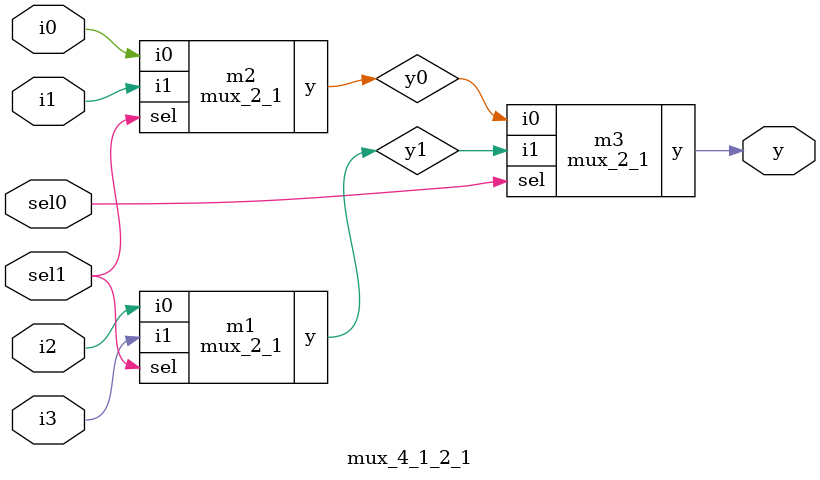
<source format=v>
module mux_2_1(
  input sel,
  input i0, i1,
  output y);
  
  assign y = sel ? i1 : i0;
endmodule

module mux_4_1_2_1(
  input sel0, sel1,
  input  i0,i1,i2,i3,
  output reg y);
  
  wire y0, y1;
  
  mux_2_1 m1(sel1, i2, i3, y1);
  mux_2_1 m2(sel1, i0, i1, y0);
  mux_2_1 m3(sel0, y0, y1, y);
endmodule
</source>
